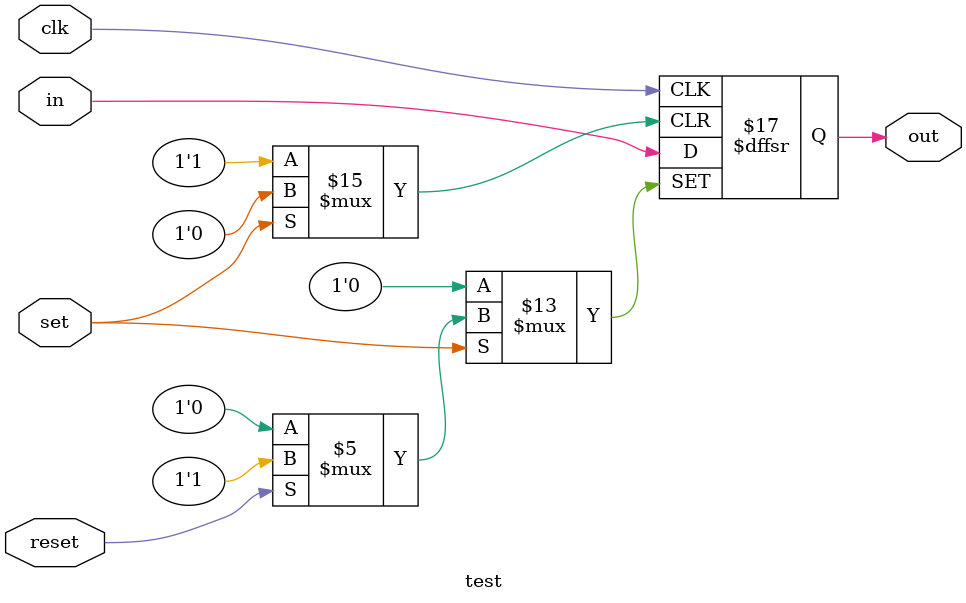
<source format=v>
module test(input  in,  input clk,  reset, set, output reg out);
always @(posedge clk, posedge reset, negedge set)
    if(!set) out <= 1'b0;
	else if(reset) out <= 1'b1;
	else out <= in;
endmodule	

</source>
